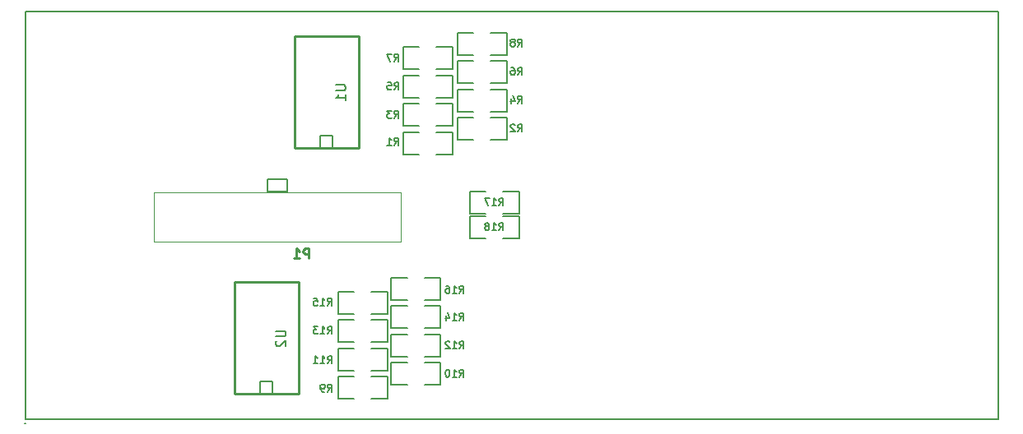
<source format=gbo>
G04 (created by PCBNEW (2013-mar-13)-testing) date jeu. 09 mai 2013 09:48:41 CEST*
%MOIN*%
G04 Gerber Fmt 3.4, Leading zero omitted, Abs format*
%FSLAX34Y34*%
G01*
G70*
G90*
G04 APERTURE LIST*
%ADD10C,0.006*%
%ADD11C,0.00590551*%
%ADD12C,0.00787402*%
%ADD13C,0.01*%
%ADD14C,0.008*%
%ADD15C,0.005*%
%ADD16C,0.0039*%
%ADD17C,0.0108*%
G04 APERTURE END LIST*
G54D10*
G54D11*
X73400Y-29100D02*
X73400Y-45650D01*
X34000Y-29100D02*
X34000Y-45600D01*
X34000Y-29100D02*
X73400Y-29100D01*
X34000Y-45650D02*
X34000Y-45600D01*
X73400Y-45650D02*
X34000Y-45650D01*
G54D12*
X43800Y-36400D02*
X43950Y-36400D01*
X43800Y-35900D02*
X43800Y-36400D01*
X43950Y-35900D02*
X43800Y-35900D01*
X43900Y-36400D02*
X44100Y-36400D01*
X43900Y-35900D02*
X44100Y-35900D01*
X44600Y-36400D02*
X44050Y-36400D01*
X44600Y-35900D02*
X44600Y-36400D01*
X44050Y-35900D02*
X44600Y-35900D01*
G54D11*
X34000Y-45800D02*
G75*
G03X34000Y-45800I0J0D01*
G74*
G01*
X33999Y-45800D02*
X34000Y-45800D01*
X34000Y-45799D02*
X34000Y-45800D01*
G54D13*
X47500Y-34650D02*
X47250Y-34650D01*
X45100Y-34650D02*
X44900Y-34650D01*
X44900Y-34650D02*
X44900Y-30100D01*
X44900Y-30100D02*
X45100Y-30100D01*
X47500Y-34650D02*
X47500Y-30100D01*
X47500Y-30100D02*
X47250Y-30100D01*
X47300Y-30100D02*
X45100Y-30100D01*
X47300Y-34650D02*
X45100Y-34650D01*
G54D14*
X46450Y-34650D02*
X46450Y-34150D01*
X46450Y-34150D02*
X45950Y-34150D01*
X45950Y-34150D02*
X45950Y-34650D01*
G54D13*
X45075Y-44625D02*
X44825Y-44625D01*
X42675Y-44625D02*
X42475Y-44625D01*
X42475Y-44625D02*
X42475Y-40075D01*
X42475Y-40075D02*
X42675Y-40075D01*
X45075Y-44625D02*
X45075Y-40075D01*
X45075Y-40075D02*
X44825Y-40075D01*
X44875Y-40075D02*
X42675Y-40075D01*
X44875Y-44625D02*
X42675Y-44625D01*
G54D14*
X44025Y-44625D02*
X44025Y-44125D01*
X44025Y-44125D02*
X43525Y-44125D01*
X43525Y-44125D02*
X43525Y-44625D01*
G54D15*
X49300Y-33750D02*
X49300Y-32850D01*
X49300Y-32850D02*
X49950Y-32850D01*
X50650Y-33750D02*
X51300Y-33750D01*
X51300Y-33750D02*
X51300Y-32850D01*
X51300Y-32850D02*
X50650Y-32850D01*
X49950Y-33750D02*
X49300Y-33750D01*
X46675Y-44825D02*
X46675Y-43925D01*
X46675Y-43925D02*
X47325Y-43925D01*
X48025Y-44825D02*
X48675Y-44825D01*
X48675Y-44825D02*
X48675Y-43925D01*
X48675Y-43925D02*
X48025Y-43925D01*
X47325Y-44825D02*
X46675Y-44825D01*
X46675Y-43675D02*
X46675Y-42775D01*
X46675Y-42775D02*
X47325Y-42775D01*
X48025Y-43675D02*
X48675Y-43675D01*
X48675Y-43675D02*
X48675Y-42775D01*
X48675Y-42775D02*
X48025Y-42775D01*
X47325Y-43675D02*
X46675Y-43675D01*
X46675Y-42525D02*
X46675Y-41625D01*
X46675Y-41625D02*
X47325Y-41625D01*
X48025Y-42525D02*
X48675Y-42525D01*
X48675Y-42525D02*
X48675Y-41625D01*
X48675Y-41625D02*
X48025Y-41625D01*
X47325Y-42525D02*
X46675Y-42525D01*
X51500Y-34325D02*
X51500Y-33425D01*
X51500Y-33425D02*
X52150Y-33425D01*
X52850Y-34325D02*
X53500Y-34325D01*
X53500Y-34325D02*
X53500Y-33425D01*
X53500Y-33425D02*
X52850Y-33425D01*
X52150Y-34325D02*
X51500Y-34325D01*
X51500Y-33175D02*
X51500Y-32275D01*
X51500Y-32275D02*
X52150Y-32275D01*
X52850Y-33175D02*
X53500Y-33175D01*
X53500Y-33175D02*
X53500Y-32275D01*
X53500Y-32275D02*
X52850Y-32275D01*
X52150Y-33175D02*
X51500Y-33175D01*
X51500Y-32025D02*
X51500Y-31125D01*
X51500Y-31125D02*
X52150Y-31125D01*
X52850Y-32025D02*
X53500Y-32025D01*
X53500Y-32025D02*
X53500Y-31125D01*
X53500Y-31125D02*
X52850Y-31125D01*
X52150Y-32025D02*
X51500Y-32025D01*
X51500Y-30875D02*
X51500Y-29975D01*
X51500Y-29975D02*
X52150Y-29975D01*
X52850Y-30875D02*
X53500Y-30875D01*
X53500Y-30875D02*
X53500Y-29975D01*
X53500Y-29975D02*
X52850Y-29975D01*
X52150Y-30875D02*
X51500Y-30875D01*
X49300Y-31450D02*
X49300Y-30550D01*
X49300Y-30550D02*
X49950Y-30550D01*
X50650Y-31450D02*
X51300Y-31450D01*
X51300Y-31450D02*
X51300Y-30550D01*
X51300Y-30550D02*
X50650Y-30550D01*
X49950Y-31450D02*
X49300Y-31450D01*
X49300Y-32600D02*
X49300Y-31700D01*
X49300Y-31700D02*
X49950Y-31700D01*
X50650Y-32600D02*
X51300Y-32600D01*
X51300Y-32600D02*
X51300Y-31700D01*
X51300Y-31700D02*
X50650Y-31700D01*
X49950Y-32600D02*
X49300Y-32600D01*
X49300Y-34900D02*
X49300Y-34000D01*
X49300Y-34000D02*
X49950Y-34000D01*
X50650Y-34900D02*
X51300Y-34900D01*
X51300Y-34900D02*
X51300Y-34000D01*
X51300Y-34000D02*
X50650Y-34000D01*
X49950Y-34900D02*
X49300Y-34900D01*
X46675Y-41375D02*
X46675Y-40475D01*
X46675Y-40475D02*
X47325Y-40475D01*
X48025Y-41375D02*
X48675Y-41375D01*
X48675Y-41375D02*
X48675Y-40475D01*
X48675Y-40475D02*
X48025Y-40475D01*
X47325Y-41375D02*
X46675Y-41375D01*
X48825Y-40800D02*
X48825Y-39900D01*
X48825Y-39900D02*
X49475Y-39900D01*
X50175Y-40800D02*
X50825Y-40800D01*
X50825Y-40800D02*
X50825Y-39900D01*
X50825Y-39900D02*
X50175Y-39900D01*
X49475Y-40800D02*
X48825Y-40800D01*
X48825Y-41950D02*
X48825Y-41050D01*
X48825Y-41050D02*
X49475Y-41050D01*
X50175Y-41950D02*
X50825Y-41950D01*
X50825Y-41950D02*
X50825Y-41050D01*
X50825Y-41050D02*
X50175Y-41050D01*
X49475Y-41950D02*
X48825Y-41950D01*
X48825Y-43100D02*
X48825Y-42200D01*
X48825Y-42200D02*
X49475Y-42200D01*
X50175Y-43100D02*
X50825Y-43100D01*
X50825Y-43100D02*
X50825Y-42200D01*
X50825Y-42200D02*
X50175Y-42200D01*
X49475Y-43100D02*
X48825Y-43100D01*
X48825Y-44250D02*
X48825Y-43350D01*
X48825Y-43350D02*
X49475Y-43350D01*
X50175Y-44250D02*
X50825Y-44250D01*
X50825Y-44250D02*
X50825Y-43350D01*
X50825Y-43350D02*
X50175Y-43350D01*
X49475Y-44250D02*
X48825Y-44250D01*
X54000Y-36400D02*
X54000Y-37300D01*
X54000Y-37300D02*
X53350Y-37300D01*
X52650Y-36400D02*
X52000Y-36400D01*
X52000Y-36400D02*
X52000Y-37300D01*
X52000Y-37300D02*
X52650Y-37300D01*
X53350Y-36400D02*
X54000Y-36400D01*
X54000Y-37400D02*
X54000Y-38300D01*
X54000Y-38300D02*
X53350Y-38300D01*
X52650Y-37400D02*
X52000Y-37400D01*
X52000Y-37400D02*
X52000Y-38300D01*
X52000Y-38300D02*
X52650Y-38300D01*
X53350Y-37400D02*
X54000Y-37400D01*
G54D16*
X39200Y-36450D02*
X49200Y-36450D01*
X39200Y-38450D02*
X49200Y-38450D01*
X39200Y-38450D02*
X39200Y-36450D01*
X49200Y-36450D02*
X49200Y-38450D01*
G54D14*
X46580Y-32095D02*
X46904Y-32095D01*
X46942Y-32114D01*
X46961Y-32133D01*
X46980Y-32171D01*
X46980Y-32247D01*
X46961Y-32285D01*
X46942Y-32304D01*
X46904Y-32323D01*
X46580Y-32323D01*
X46980Y-32723D02*
X46980Y-32495D01*
X46980Y-32609D02*
X46580Y-32609D01*
X46638Y-32571D01*
X46676Y-32533D01*
X46695Y-32495D01*
X44155Y-42070D02*
X44479Y-42070D01*
X44517Y-42089D01*
X44536Y-42108D01*
X44555Y-42146D01*
X44555Y-42222D01*
X44536Y-42260D01*
X44517Y-42279D01*
X44479Y-42298D01*
X44155Y-42298D01*
X44194Y-42470D02*
X44175Y-42489D01*
X44155Y-42527D01*
X44155Y-42622D01*
X44175Y-42660D01*
X44194Y-42679D01*
X44232Y-42698D01*
X44270Y-42698D01*
X44327Y-42679D01*
X44555Y-42451D01*
X44555Y-42698D01*
G54D15*
X48950Y-33435D02*
X49050Y-33292D01*
X49121Y-33435D02*
X49121Y-33135D01*
X49007Y-33135D01*
X48978Y-33150D01*
X48964Y-33164D01*
X48950Y-33192D01*
X48950Y-33235D01*
X48964Y-33264D01*
X48978Y-33278D01*
X49007Y-33292D01*
X49121Y-33292D01*
X48850Y-33135D02*
X48664Y-33135D01*
X48764Y-33250D01*
X48721Y-33250D01*
X48692Y-33264D01*
X48678Y-33278D01*
X48664Y-33307D01*
X48664Y-33378D01*
X48678Y-33407D01*
X48692Y-33421D01*
X48721Y-33435D01*
X48807Y-33435D01*
X48835Y-33421D01*
X48850Y-33407D01*
X46250Y-44535D02*
X46350Y-44392D01*
X46421Y-44535D02*
X46421Y-44235D01*
X46307Y-44235D01*
X46278Y-44250D01*
X46264Y-44264D01*
X46250Y-44292D01*
X46250Y-44335D01*
X46264Y-44364D01*
X46278Y-44378D01*
X46307Y-44392D01*
X46421Y-44392D01*
X46107Y-44535D02*
X46050Y-44535D01*
X46021Y-44521D01*
X46007Y-44507D01*
X45978Y-44464D01*
X45964Y-44407D01*
X45964Y-44292D01*
X45978Y-44264D01*
X45992Y-44250D01*
X46021Y-44235D01*
X46078Y-44235D01*
X46107Y-44250D01*
X46121Y-44264D01*
X46135Y-44292D01*
X46135Y-44364D01*
X46121Y-44392D01*
X46107Y-44407D01*
X46078Y-44421D01*
X46021Y-44421D01*
X45992Y-44407D01*
X45978Y-44392D01*
X45964Y-44364D01*
X46242Y-43385D02*
X46342Y-43242D01*
X46414Y-43385D02*
X46414Y-43085D01*
X46300Y-43085D01*
X46271Y-43100D01*
X46257Y-43114D01*
X46242Y-43142D01*
X46242Y-43185D01*
X46257Y-43214D01*
X46271Y-43228D01*
X46300Y-43242D01*
X46414Y-43242D01*
X45957Y-43385D02*
X46128Y-43385D01*
X46042Y-43385D02*
X46042Y-43085D01*
X46071Y-43128D01*
X46100Y-43157D01*
X46128Y-43171D01*
X45671Y-43385D02*
X45842Y-43385D01*
X45757Y-43385D02*
X45757Y-43085D01*
X45785Y-43128D01*
X45814Y-43157D01*
X45842Y-43171D01*
X46242Y-42185D02*
X46342Y-42042D01*
X46414Y-42185D02*
X46414Y-41885D01*
X46300Y-41885D01*
X46271Y-41900D01*
X46257Y-41914D01*
X46242Y-41942D01*
X46242Y-41985D01*
X46257Y-42014D01*
X46271Y-42028D01*
X46300Y-42042D01*
X46414Y-42042D01*
X45957Y-42185D02*
X46128Y-42185D01*
X46042Y-42185D02*
X46042Y-41885D01*
X46071Y-41928D01*
X46100Y-41957D01*
X46128Y-41971D01*
X45857Y-41885D02*
X45671Y-41885D01*
X45771Y-42000D01*
X45728Y-42000D01*
X45700Y-42014D01*
X45685Y-42028D01*
X45671Y-42057D01*
X45671Y-42128D01*
X45685Y-42157D01*
X45700Y-42171D01*
X45728Y-42185D01*
X45814Y-42185D01*
X45842Y-42171D01*
X45857Y-42157D01*
X53950Y-33985D02*
X54050Y-33842D01*
X54121Y-33985D02*
X54121Y-33685D01*
X54007Y-33685D01*
X53978Y-33700D01*
X53964Y-33714D01*
X53950Y-33742D01*
X53950Y-33785D01*
X53964Y-33814D01*
X53978Y-33828D01*
X54007Y-33842D01*
X54121Y-33842D01*
X53835Y-33714D02*
X53821Y-33700D01*
X53792Y-33685D01*
X53721Y-33685D01*
X53692Y-33700D01*
X53678Y-33714D01*
X53664Y-33742D01*
X53664Y-33771D01*
X53678Y-33814D01*
X53850Y-33985D01*
X53664Y-33985D01*
X53950Y-32835D02*
X54050Y-32692D01*
X54121Y-32835D02*
X54121Y-32535D01*
X54007Y-32535D01*
X53978Y-32550D01*
X53964Y-32564D01*
X53950Y-32592D01*
X53950Y-32635D01*
X53964Y-32664D01*
X53978Y-32678D01*
X54007Y-32692D01*
X54121Y-32692D01*
X53692Y-32635D02*
X53692Y-32835D01*
X53764Y-32521D02*
X53835Y-32735D01*
X53650Y-32735D01*
X53950Y-31685D02*
X54050Y-31542D01*
X54121Y-31685D02*
X54121Y-31385D01*
X54007Y-31385D01*
X53978Y-31400D01*
X53964Y-31414D01*
X53950Y-31442D01*
X53950Y-31485D01*
X53964Y-31514D01*
X53978Y-31528D01*
X54007Y-31542D01*
X54121Y-31542D01*
X53692Y-31385D02*
X53750Y-31385D01*
X53778Y-31400D01*
X53792Y-31414D01*
X53821Y-31457D01*
X53835Y-31514D01*
X53835Y-31628D01*
X53821Y-31657D01*
X53807Y-31671D01*
X53778Y-31685D01*
X53721Y-31685D01*
X53692Y-31671D01*
X53678Y-31657D01*
X53664Y-31628D01*
X53664Y-31557D01*
X53678Y-31528D01*
X53692Y-31514D01*
X53721Y-31500D01*
X53778Y-31500D01*
X53807Y-31514D01*
X53821Y-31528D01*
X53835Y-31557D01*
X53950Y-30535D02*
X54050Y-30392D01*
X54121Y-30535D02*
X54121Y-30235D01*
X54007Y-30235D01*
X53978Y-30250D01*
X53964Y-30264D01*
X53950Y-30292D01*
X53950Y-30335D01*
X53964Y-30364D01*
X53978Y-30378D01*
X54007Y-30392D01*
X54121Y-30392D01*
X53778Y-30364D02*
X53807Y-30350D01*
X53821Y-30335D01*
X53835Y-30307D01*
X53835Y-30292D01*
X53821Y-30264D01*
X53807Y-30250D01*
X53778Y-30235D01*
X53721Y-30235D01*
X53692Y-30250D01*
X53678Y-30264D01*
X53664Y-30292D01*
X53664Y-30307D01*
X53678Y-30335D01*
X53692Y-30350D01*
X53721Y-30364D01*
X53778Y-30364D01*
X53807Y-30378D01*
X53821Y-30392D01*
X53835Y-30421D01*
X53835Y-30478D01*
X53821Y-30507D01*
X53807Y-30521D01*
X53778Y-30535D01*
X53721Y-30535D01*
X53692Y-30521D01*
X53678Y-30507D01*
X53664Y-30478D01*
X53664Y-30421D01*
X53678Y-30392D01*
X53692Y-30378D01*
X53721Y-30364D01*
X48950Y-31135D02*
X49050Y-30992D01*
X49121Y-31135D02*
X49121Y-30835D01*
X49007Y-30835D01*
X48978Y-30850D01*
X48964Y-30864D01*
X48950Y-30892D01*
X48950Y-30935D01*
X48964Y-30964D01*
X48978Y-30978D01*
X49007Y-30992D01*
X49121Y-30992D01*
X48850Y-30835D02*
X48650Y-30835D01*
X48778Y-31135D01*
X48950Y-32285D02*
X49050Y-32142D01*
X49121Y-32285D02*
X49121Y-31985D01*
X49007Y-31985D01*
X48978Y-32000D01*
X48964Y-32014D01*
X48950Y-32042D01*
X48950Y-32085D01*
X48964Y-32114D01*
X48978Y-32128D01*
X49007Y-32142D01*
X49121Y-32142D01*
X48678Y-31985D02*
X48821Y-31985D01*
X48835Y-32128D01*
X48821Y-32114D01*
X48792Y-32100D01*
X48721Y-32100D01*
X48692Y-32114D01*
X48678Y-32128D01*
X48664Y-32157D01*
X48664Y-32228D01*
X48678Y-32257D01*
X48692Y-32271D01*
X48721Y-32285D01*
X48792Y-32285D01*
X48821Y-32271D01*
X48835Y-32257D01*
X48950Y-34535D02*
X49050Y-34392D01*
X49121Y-34535D02*
X49121Y-34235D01*
X49007Y-34235D01*
X48978Y-34250D01*
X48964Y-34264D01*
X48950Y-34292D01*
X48950Y-34335D01*
X48964Y-34364D01*
X48978Y-34378D01*
X49007Y-34392D01*
X49121Y-34392D01*
X48664Y-34535D02*
X48835Y-34535D01*
X48750Y-34535D02*
X48750Y-34235D01*
X48778Y-34278D01*
X48807Y-34307D01*
X48835Y-34321D01*
X46242Y-41035D02*
X46342Y-40892D01*
X46414Y-41035D02*
X46414Y-40735D01*
X46300Y-40735D01*
X46271Y-40750D01*
X46257Y-40764D01*
X46242Y-40792D01*
X46242Y-40835D01*
X46257Y-40864D01*
X46271Y-40878D01*
X46300Y-40892D01*
X46414Y-40892D01*
X45957Y-41035D02*
X46128Y-41035D01*
X46042Y-41035D02*
X46042Y-40735D01*
X46071Y-40778D01*
X46100Y-40807D01*
X46128Y-40821D01*
X45685Y-40735D02*
X45828Y-40735D01*
X45842Y-40878D01*
X45828Y-40864D01*
X45800Y-40850D01*
X45728Y-40850D01*
X45700Y-40864D01*
X45685Y-40878D01*
X45671Y-40907D01*
X45671Y-40978D01*
X45685Y-41007D01*
X45700Y-41021D01*
X45728Y-41035D01*
X45800Y-41035D01*
X45828Y-41021D01*
X45842Y-41007D01*
X51592Y-40535D02*
X51692Y-40392D01*
X51764Y-40535D02*
X51764Y-40235D01*
X51650Y-40235D01*
X51621Y-40250D01*
X51607Y-40264D01*
X51592Y-40292D01*
X51592Y-40335D01*
X51607Y-40364D01*
X51621Y-40378D01*
X51650Y-40392D01*
X51764Y-40392D01*
X51307Y-40535D02*
X51478Y-40535D01*
X51392Y-40535D02*
X51392Y-40235D01*
X51421Y-40278D01*
X51450Y-40307D01*
X51478Y-40321D01*
X51050Y-40235D02*
X51107Y-40235D01*
X51135Y-40250D01*
X51150Y-40264D01*
X51178Y-40307D01*
X51192Y-40364D01*
X51192Y-40478D01*
X51178Y-40507D01*
X51164Y-40521D01*
X51135Y-40535D01*
X51078Y-40535D01*
X51050Y-40521D01*
X51035Y-40507D01*
X51021Y-40478D01*
X51021Y-40407D01*
X51035Y-40378D01*
X51050Y-40364D01*
X51078Y-40350D01*
X51135Y-40350D01*
X51164Y-40364D01*
X51178Y-40378D01*
X51192Y-40407D01*
X51592Y-41635D02*
X51692Y-41492D01*
X51764Y-41635D02*
X51764Y-41335D01*
X51650Y-41335D01*
X51621Y-41350D01*
X51607Y-41364D01*
X51592Y-41392D01*
X51592Y-41435D01*
X51607Y-41464D01*
X51621Y-41478D01*
X51650Y-41492D01*
X51764Y-41492D01*
X51307Y-41635D02*
X51478Y-41635D01*
X51392Y-41635D02*
X51392Y-41335D01*
X51421Y-41378D01*
X51450Y-41407D01*
X51478Y-41421D01*
X51050Y-41435D02*
X51050Y-41635D01*
X51121Y-41321D02*
X51192Y-41535D01*
X51007Y-41535D01*
X51592Y-42785D02*
X51692Y-42642D01*
X51764Y-42785D02*
X51764Y-42485D01*
X51650Y-42485D01*
X51621Y-42500D01*
X51607Y-42514D01*
X51592Y-42542D01*
X51592Y-42585D01*
X51607Y-42614D01*
X51621Y-42628D01*
X51650Y-42642D01*
X51764Y-42642D01*
X51307Y-42785D02*
X51478Y-42785D01*
X51392Y-42785D02*
X51392Y-42485D01*
X51421Y-42528D01*
X51450Y-42557D01*
X51478Y-42571D01*
X51192Y-42514D02*
X51178Y-42500D01*
X51150Y-42485D01*
X51078Y-42485D01*
X51050Y-42500D01*
X51035Y-42514D01*
X51021Y-42542D01*
X51021Y-42571D01*
X51035Y-42614D01*
X51207Y-42785D01*
X51021Y-42785D01*
X51592Y-43935D02*
X51692Y-43792D01*
X51764Y-43935D02*
X51764Y-43635D01*
X51650Y-43635D01*
X51621Y-43650D01*
X51607Y-43664D01*
X51592Y-43692D01*
X51592Y-43735D01*
X51607Y-43764D01*
X51621Y-43778D01*
X51650Y-43792D01*
X51764Y-43792D01*
X51307Y-43935D02*
X51478Y-43935D01*
X51392Y-43935D02*
X51392Y-43635D01*
X51421Y-43678D01*
X51450Y-43707D01*
X51478Y-43721D01*
X51121Y-43635D02*
X51092Y-43635D01*
X51064Y-43650D01*
X51050Y-43664D01*
X51035Y-43692D01*
X51021Y-43750D01*
X51021Y-43821D01*
X51035Y-43878D01*
X51050Y-43907D01*
X51064Y-43921D01*
X51092Y-43935D01*
X51121Y-43935D01*
X51150Y-43921D01*
X51164Y-43907D01*
X51178Y-43878D01*
X51192Y-43821D01*
X51192Y-43750D01*
X51178Y-43692D01*
X51164Y-43664D01*
X51150Y-43650D01*
X51121Y-43635D01*
X53192Y-36985D02*
X53292Y-36842D01*
X53364Y-36985D02*
X53364Y-36685D01*
X53250Y-36685D01*
X53221Y-36700D01*
X53207Y-36714D01*
X53192Y-36742D01*
X53192Y-36785D01*
X53207Y-36814D01*
X53221Y-36828D01*
X53250Y-36842D01*
X53364Y-36842D01*
X52907Y-36985D02*
X53078Y-36985D01*
X52992Y-36985D02*
X52992Y-36685D01*
X53021Y-36728D01*
X53050Y-36757D01*
X53078Y-36771D01*
X52807Y-36685D02*
X52607Y-36685D01*
X52735Y-36985D01*
X53192Y-37985D02*
X53292Y-37842D01*
X53364Y-37985D02*
X53364Y-37685D01*
X53250Y-37685D01*
X53221Y-37700D01*
X53207Y-37714D01*
X53192Y-37742D01*
X53192Y-37785D01*
X53207Y-37814D01*
X53221Y-37828D01*
X53250Y-37842D01*
X53364Y-37842D01*
X52907Y-37985D02*
X53078Y-37985D01*
X52992Y-37985D02*
X52992Y-37685D01*
X53021Y-37728D01*
X53050Y-37757D01*
X53078Y-37771D01*
X52735Y-37814D02*
X52764Y-37800D01*
X52778Y-37785D01*
X52792Y-37757D01*
X52792Y-37742D01*
X52778Y-37714D01*
X52764Y-37700D01*
X52735Y-37685D01*
X52678Y-37685D01*
X52650Y-37700D01*
X52635Y-37714D01*
X52621Y-37742D01*
X52621Y-37757D01*
X52635Y-37785D01*
X52650Y-37800D01*
X52678Y-37814D01*
X52735Y-37814D01*
X52764Y-37828D01*
X52778Y-37842D01*
X52792Y-37871D01*
X52792Y-37928D01*
X52778Y-37957D01*
X52764Y-37971D01*
X52735Y-37985D01*
X52678Y-37985D01*
X52650Y-37971D01*
X52635Y-37957D01*
X52621Y-37928D01*
X52621Y-37871D01*
X52635Y-37842D01*
X52650Y-37828D01*
X52678Y-37814D01*
G54D13*
X45495Y-39130D02*
X45495Y-38730D01*
X45342Y-38730D01*
X45304Y-38750D01*
X45285Y-38769D01*
X45266Y-38807D01*
X45266Y-38864D01*
X45285Y-38902D01*
X45304Y-38921D01*
X45342Y-38940D01*
X45495Y-38940D01*
X44885Y-39130D02*
X45114Y-39130D01*
X44999Y-39130D02*
X44999Y-38730D01*
X45038Y-38788D01*
X45076Y-38826D01*
X45114Y-38845D01*
G54D17*
M02*

</source>
